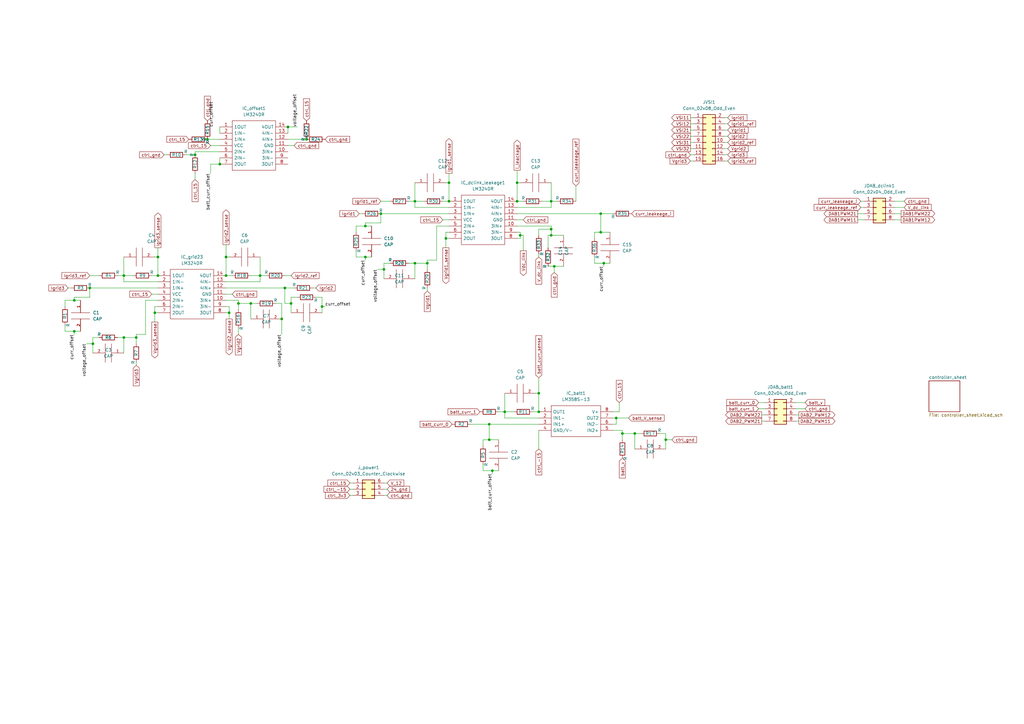
<source format=kicad_sch>
(kicad_sch (version 20211123) (generator eeschema)
  (paper "A3")
  (lib_symbols
    (symbol "Connector_Generic:Conn_02x03_Counter_Clockwise" (pin_names (offset 1.016) hide)
      (property "Reference" "J" (at 1.27 5.08 0))
      (property "Value" "Conn_02x03_Counter_Clockwise" (at 1.27 -5.08 0))
      (symbol "Conn_02x03_Counter_Clockwise_1_1"
        (rectangle (start -1.27 -2.413) (end 0 -2.667) (stroke (width 0.1524)))
        (rectangle (start -1.27 0.127) (end 0 -0.127) (stroke (width 0.1524)))
        (rectangle (start -1.27 2.667) (end 0 2.413) (stroke (width 0.1524)))
        (rectangle (start -1.27 3.81) (end 3.81 -3.81) (stroke (width 0.254)) (fill (type background)))
        (rectangle (start 3.81 -2.413) (end 2.54 -2.667) (stroke (width 0.1524)))
        (rectangle (start 3.81 0.127) (end 2.54 -0.127) (stroke (width 0.1524)))
        (rectangle (start 3.81 2.667) (end 2.54 2.413) (stroke (width 0.1524)))
        (pin passive line (at -5.08 2.54 0) (length 3.81) (name "Pin_1") (number "1"))
        (pin passive line (at -5.08 0 0) (length 3.81) (name "Pin_2") (number "2"))
        (pin passive line (at -5.08 -2.54 0) (length 3.81) (name "Pin_3") (number "3"))
        (pin passive line (at 7.62 -2.54 180) (length 3.81) (name "Pin_4") (number "4"))
        (pin passive line (at 7.62 0 180) (length 3.81) (name "Pin_5") (number "5"))
        (pin passive line (at 7.62 2.54 180) (length 3.81) (name "Pin_6") (number "6"))
      )
    )
    (symbol "Connector_Generic:Conn_02x04_Odd_Even" (pin_names (offset 1.016) hide)
      (property "Reference" "J" (at 1.27 5.08 0))
      (property "Value" "Conn_02x04_Odd_Even" (at 1.27 -7.62 0))
      (symbol "Conn_02x04_Odd_Even_1_1"
        (rectangle (start -1.27 -4.953) (end 0 -5.207) (stroke (width 0.1524)))
        (rectangle (start -1.27 -2.413) (end 0 -2.667) (stroke (width 0.1524)))
        (rectangle (start -1.27 0.127) (end 0 -0.127) (stroke (width 0.1524)))
        (rectangle (start -1.27 2.667) (end 0 2.413) (stroke (width 0.1524)))
        (rectangle (start -1.27 3.81) (end 3.81 -6.35) (stroke (width 0.254)) (fill (type background)))
        (rectangle (start 3.81 -4.953) (end 2.54 -5.207) (stroke (width 0.1524)))
        (rectangle (start 3.81 -2.413) (end 2.54 -2.667) (stroke (width 0.1524)))
        (rectangle (start 3.81 0.127) (end 2.54 -0.127) (stroke (width 0.1524)))
        (rectangle (start 3.81 2.667) (end 2.54 2.413) (stroke (width 0.1524)))
        (pin passive line (at -5.08 2.54 0) (length 3.81) (name "Pin_1") (number "1"))
        (pin passive line (at 7.62 2.54 180) (length 3.81) (name "Pin_2") (number "2"))
        (pin passive line (at -5.08 0 0) (length 3.81) (name "Pin_3") (number "3"))
        (pin passive line (at 7.62 0 180) (length 3.81) (name "Pin_4") (number "4"))
        (pin passive line (at -5.08 -2.54 0) (length 3.81) (name "Pin_5") (number "5"))
        (pin passive line (at 7.62 -2.54 180) (length 3.81) (name "Pin_6") (number "6"))
        (pin passive line (at -5.08 -5.08 0) (length 3.81) (name "Pin_7") (number "7"))
        (pin passive line (at 7.62 -5.08 180) (length 3.81) (name "Pin_8") (number "8"))
      )
    )
    (symbol "Connector_Generic:Conn_02x08_Odd_Even" (pin_names (offset 1.016) hide)
      (property "Reference" "J" (at 1.27 10.16 0))
      (property "Value" "Conn_02x08_Odd_Even" (at 1.27 -12.7 0))
      (symbol "Conn_02x08_Odd_Even_1_1"
        (rectangle (start -1.27 -10.033) (end 0 -10.287) (stroke (width 0.1524)))
        (rectangle (start -1.27 -7.493) (end 0 -7.747) (stroke (width 0.1524)))
        (rectangle (start -1.27 -4.953) (end 0 -5.207) (stroke (width 0.1524)))
        (rectangle (start -1.27 -2.413) (end 0 -2.667) (stroke (width 0.1524)))
        (rectangle (start -1.27 0.127) (end 0 -0.127) (stroke (width 0.1524)))
        (rectangle (start -1.27 2.667) (end 0 2.413) (stroke (width 0.1524)))
        (rectangle (start -1.27 5.207) (end 0 4.953) (stroke (width 0.1524)))
        (rectangle (start -1.27 7.747) (end 0 7.493) (stroke (width 0.1524)))
        (rectangle (start -1.27 8.89) (end 3.81 -11.43) (stroke (width 0.254)) (fill (type background)))
        (rectangle (start 3.81 -10.033) (end 2.54 -10.287) (stroke (width 0.1524)))
        (rectangle (start 3.81 -7.493) (end 2.54 -7.747) (stroke (width 0.1524)))
        (rectangle (start 3.81 -4.953) (end 2.54 -5.207) (stroke (width 0.1524)))
        (rectangle (start 3.81 -2.413) (end 2.54 -2.667) (stroke (width 0.1524)))
        (rectangle (start 3.81 0.127) (end 2.54 -0.127) (stroke (width 0.1524)))
        (rectangle (start 3.81 2.667) (end 2.54 2.413) (stroke (width 0.1524)))
        (rectangle (start 3.81 5.207) (end 2.54 4.953) (stroke (width 0.1524)))
        (rectangle (start 3.81 7.747) (end 2.54 7.493) (stroke (width 0.1524)))
        (pin passive line (at -5.08 7.62 0) (length 3.81) (name "Pin_1") (number "1"))
        (pin passive line (at 7.62 -2.54 180) (length 3.81) (name "Pin_10") (number "10"))
        (pin passive line (at -5.08 -5.08 0) (length 3.81) (name "Pin_11") (number "11"))
        (pin passive line (at 7.62 -5.08 180) (length 3.81) (name "Pin_12") (number "12"))
        (pin passive line (at -5.08 -7.62 0) (length 3.81) (name "Pin_13") (number "13"))
        (pin passive line (at 7.62 -7.62 180) (length 3.81) (name "Pin_14") (number "14"))
        (pin passive line (at -5.08 -10.16 0) (length 3.81) (name "Pin_15") (number "15"))
        (pin passive line (at 7.62 -10.16 180) (length 3.81) (name "Pin_16") (number "16"))
        (pin passive line (at 7.62 7.62 180) (length 3.81) (name "Pin_2") (number "2"))
        (pin passive line (at -5.08 5.08 0) (length 3.81) (name "Pin_3") (number "3"))
        (pin passive line (at 7.62 5.08 180) (length 3.81) (name "Pin_4") (number "4"))
        (pin passive line (at -5.08 2.54 0) (length 3.81) (name "Pin_5") (number "5"))
        (pin passive line (at 7.62 2.54 180) (length 3.81) (name "Pin_6") (number "6"))
        (pin passive line (at -5.08 0 0) (length 3.81) (name "Pin_7") (number "7"))
        (pin passive line (at 7.62 0 180) (length 3.81) (name "Pin_8") (number "8"))
        (pin passive line (at -5.08 -2.54 0) (length 3.81) (name "Pin_9") (number "9"))
      )
    )
    (symbol "Device:R" (pin_numbers hide) (pin_names (offset 0))
      (property "Reference" "R" (at 2.032 0 90))
      (property "Value" "R" (at 0 0 90))
      (symbol "R_0_1"
        (rectangle (start -1.016 -2.54) (end 1.016 2.54) (stroke (width 0.254)))
      )
      (symbol "R_1_1"
        (pin passive line (at 0 3.81 270) (length 1.27) (name "~") (number "1"))
        (pin passive line (at 0 -3.81 90) (length 1.27) (name "~") (number "2"))
      )
    )
    (symbol "LM324:LM358S-13" (pin_names (offset 0.762))
      (property "Reference" "IC" (at 26.67 7.62 0))
      (property "Value" "LM358S-13" (at 26.67 5.08 0))
      (symbol "LM358S-13_0_0"
        (pin output line (at 0 0 0) (length 5.08) (name "OUT1") (number "1"))
        (pin input line (at 0 -2.54 0) (length 5.08) (name "IN1-") (number "2"))
        (pin input line (at 0 -5.08 0) (length 5.08) (name "IN1+") (number "3"))
        (pin power_in line (at 0 -7.62 0) (length 5.08) (name "GND/V-") (number "4"))
        (pin input line (at 30.48 -7.62 180) (length 5.08) (name "IN2+") (number "5"))
        (pin input line (at 30.48 -5.08 180) (length 5.08) (name "IN2-") (number "6"))
        (pin output line (at 30.48 -2.54 180) (length 5.08) (name "OUT2") (number "7"))
        (pin power_in line (at 30.48 0 180) (length 5.08) (name "V+") (number "8"))
      )
      (symbol "LM358S-13_0_1"
        (polyline (pts (xy 5.08 2.54) (xy 25.4 2.54) (xy 25.4 -10.16) (xy 5.08 -10.16) (xy 5.08 2.54)) (stroke (width 0.1524)))
      )
    )
    (symbol "pspice:CAP" (pin_names (offset 0.254))
      (property "Reference" "C" (at 2.54 3.81 90))
      (property "Value" "CAP" (at 2.54 -3.81 90))
      (symbol "CAP_0_1"
        (polyline (pts (xy -3.81 -1.27) (xy 3.81 -1.27)))
        (polyline (pts (xy -3.81 1.27) (xy 3.81 1.27)))
      )
      (symbol "CAP_1_1"
        (pin passive line (at 0 6.35 270) (length 5.08) (name "~") (number "1"))
        (pin passive line (at 0 -6.35 90) (length 5.08) (name "~") (number "2"))
      )
    )
    (symbol "quad_opamp:LM324DR" (pin_names (offset 0.762))
      (property "Reference" "IC" (at 24.13 7.62 0))
      (property "Value" "LM324DR" (at 24.13 5.08 0))
      (symbol "LM324DR_0_0"
        (pin passive line (at 0 0 0) (length 5.08) (name "1OUT") (number "1"))
        (pin passive line (at 27.94 -10.16 180) (length 5.08) (name "3IN+") (number "10"))
        (pin passive line (at 27.94 -7.62 180) (length 5.08) (name "GND") (number "11"))
        (pin passive line (at 27.94 -5.08 180) (length 5.08) (name "4IN+") (number "12"))
        (pin passive line (at 27.94 -2.54 180) (length 5.08) (name "4IN-") (number "13"))
        (pin passive line (at 27.94 0 180) (length 5.08) (name "4OUT") (number "14"))
        (pin passive line (at 0 -2.54 0) (length 5.08) (name "1IN-") (number "2"))
        (pin passive line (at 0 -5.08 0) (length 5.08) (name "1IN+") (number "3"))
        (pin passive line (at 0 -7.62 0) (length 5.08) (name "VCC") (number "4"))
        (pin passive line (at 0 -10.16 0) (length 5.08) (name "2IN+") (number "5"))
        (pin passive line (at 0 -12.7 0) (length 5.08) (name "2IN-") (number "6"))
        (pin passive line (at 0 -15.24 0) (length 5.08) (name "2OUT") (number "7"))
        (pin passive line (at 27.94 -15.24 180) (length 5.08) (name "3OUT") (number "8"))
        (pin passive line (at 27.94 -12.7 180) (length 5.08) (name "3IN-") (number "9"))
      )
      (symbol "LM324DR_0_1"
        (polyline (pts (xy 5.08 2.54) (xy 22.86 2.54) (xy 22.86 -17.78) (xy 5.08 -17.78) (xy 5.08 2.54)) (stroke (width 0.1524)))
      )
    )
  )
  (junction (at 63.5 128.27))
  (junction (at 118.11 52.07))
  (junction (at 30.48 135.89))
  (junction (at 182.88 97.79))
  (junction (at 213.36 96.52))
  (junction (at 170.18 107.95))
  (junction (at 106.68 113.03))
  (junction (at 149.86 92.71))
  (junction (at 170.18 82.55))
  (junction (at 226.06 96.52))
  (junction (at 157.48 110.49))
  (junction (at 149.86 105.41))
  (junction (at 252.73 171.45))
  (junction (at 115.57 130.81))
  (junction (at 184.15 82.55))
  (junction (at 207.01 168.91))
  (junction (at 92.71 113.03))
  (junction (at 226.06 82.55))
  (junction (at 273.05 180.34))
  (junction (at 226.06 93.98))
  (junction (at 184.15 74.93))
  (junction (at 55.88 138.43))
  (junction (at 119.38 124.46))
  (junction (at 260.35 177.8))
  (junction (at 201.93 193.04))
  (junction (at 212.09 74.93))
  (junction (at 64.77 105.41))
  (junction (at 92.71 105.41))
  (junction (at 85.09 57.15))
  (junction (at 80.01 63.5))
  (junction (at 93.98 128.27))
  (junction (at 36.83 118.11))
  (junction (at 212.09 82.55))
  (junction (at 175.26 107.95))
  (junction (at 30.48 123.19))
  (junction (at 200.66 173.99))
  (junction (at 247.65 107.95))
  (junction (at 246.38 95.25))
  (junction (at 38.1 140.97))
  (junction (at 116.84 118.11))
  (junction (at 246.38 87.63))
  (junction (at 102.87 124.46))
  (junction (at 90.17 67.31))
  (junction (at 50.8 113.03))
  (junction (at 227.33 109.22))
  (junction (at 220.98 161.29))
  (junction (at 64.77 113.03))
  (junction (at 255.27 177.8))
  (junction (at 125.73 57.15))
  (junction (at 200.66 180.34))
  (junction (at 156.21 87.63))
  (junction (at 132.08 125.73))
  (junction (at 220.98 168.91))
  (junction (at 97.79 124.46))
  (junction (at 50.8 138.43))
  (wire (pts (xy 86.36 67.31) (xy 90.17 67.31)))
  (wire (pts (xy 129.54 121.92) (xy 132.08 121.92)))
  (wire (pts (xy 369.57 90.17) (xy 367.03 90.17)))
  (wire (pts (xy 118.11 52.07) (xy 118.11 54.61)))
  (wire (pts (xy 231.14 96.52) (xy 226.06 96.52)))
  (wire (pts (xy 273.05 177.8) (xy 273.05 180.34)))
  (wire (pts (xy 68.58 63.5) (xy 67.31 63.5)))
  (wire (pts (xy 181.61 82.55) (xy 184.15 82.55)))
  (wire (pts (xy 158.75 198.12) (xy 157.48 198.12)))
  (wire (pts (xy 251.46 176.53) (xy 255.27 176.53)))
  (wire (pts (xy 198.12 190.5) (xy 198.12 193.04)))
  (wire (pts (xy 50.8 138.43) (xy 55.88 138.43)))
  (wire (pts (xy 214.63 82.55) (xy 212.09 82.55)))
  (wire (pts (xy 182.88 74.93) (xy 184.15 74.93)))
  (wire (pts (xy 226.06 96.52) (xy 224.79 96.52)))
  (wire (pts (xy 30.48 123.19) (xy 30.48 121.92)))
  (wire (pts (xy 213.36 95.25) (xy 212.09 95.25)))
  (wire (pts (xy 26.67 133.35) (xy 26.67 135.89)))
  (wire (pts (xy 170.18 74.93) (xy 170.18 82.55)))
  (wire (pts (xy 297.18 63.5) (xy 298.45 63.5)))
  (wire (pts (xy 226.06 93.98) (xy 226.06 96.52)))
  (wire (pts (xy 228.6 82.55) (xy 226.06 82.55)))
  (wire (pts (xy 30.48 123.19) (xy 33.02 123.19)))
  (wire (pts (xy 26.67 125.73) (xy 26.67 123.19)))
  (wire (pts (xy 297.18 55.88) (xy 298.45 55.88)))
  (wire (pts (xy 224.79 109.22) (xy 227.33 109.22)))
  (wire (pts (xy 116.84 124.46) (xy 116.84 118.11)))
  (wire (pts (xy 247.65 107.95) (xy 247.65 109.22)))
  (wire (pts (xy 80.01 73.66) (xy 80.01 71.12)))
  (wire (pts (xy 284.48 53.34) (xy 283.21 53.34)))
  (wire (pts (xy 156.21 87.63) (xy 184.15 87.63)))
  (wire (pts (xy 55.88 137.16) (xy 55.88 138.43)))
  (wire (pts (xy 109.22 113.03) (xy 106.68 113.03)))
  (wire (pts (xy 284.48 60.96) (xy 283.21 60.96)))
  (wire (pts (xy 251.46 87.63) (xy 246.38 87.63)))
  (wire (pts (xy 207.01 171.45) (xy 207.01 168.91)))
  (wire (pts (xy 193.04 173.99) (xy 200.66 173.99)))
  (wire (pts (xy 119.38 124.46) (xy 119.38 121.92)))
  (wire (pts (xy 92.71 118.11) (xy 116.84 118.11)))
  (wire (pts (xy 247.65 107.95) (xy 250.19 107.95)))
  (wire (pts (xy 154.94 110.49) (xy 157.48 110.49)))
  (wire (pts (xy 236.22 82.55) (xy 236.22 76.2)))
  (wire (pts (xy 198.12 193.04) (xy 201.93 193.04)))
  (wire (pts (xy 175.26 106.68) (xy 175.26 107.95)))
  (wire (pts (xy 92.71 100.33) (xy 92.71 105.41)))
  (wire (pts (xy 297.18 60.96) (xy 298.45 60.96)))
  (wire (pts (xy 30.48 135.89) (xy 30.48 137.16)))
  (wire (pts (xy 213.36 96.52) (xy 213.36 97.79)))
  (wire (pts (xy 214.63 90.17) (xy 212.09 90.17)))
  (wire (pts (xy 143.51 200.66) (xy 144.78 200.66)))
  (wire (pts (xy 119.38 128.27) (xy 119.38 124.46)))
  (wire (pts (xy 213.36 95.25) (xy 213.36 96.52)))
  (wire (pts (xy 246.38 87.63) (xy 246.38 95.25)))
  (wire (pts (xy 246.38 87.63) (xy 212.09 87.63)))
  (wire (pts (xy 106.68 105.41) (xy 106.68 113.03)))
  (wire (pts (xy 182.88 97.79) (xy 182.88 101.6)))
  (wire (pts (xy 220.98 171.45) (xy 207.01 171.45)))
  (wire (pts (xy 326.39 172.72) (xy 327.66 172.72)))
  (wire (pts (xy 243.84 105.41) (xy 243.84 107.95)))
  (wire (pts (xy 143.51 198.12) (xy 144.78 198.12)))
  (wire (pts (xy 118.11 57.15) (xy 125.73 57.15)))
  (wire (pts (xy 113.03 124.46) (xy 115.57 124.46)))
  (wire (pts (xy 284.48 58.42) (xy 283.21 58.42)))
  (wire (pts (xy 227.33 109.22) (xy 231.14 109.22)))
  (wire (pts (xy 63.5 125.73) (xy 63.5 128.27)))
  (wire (pts (xy 102.87 124.46) (xy 97.79 124.46)))
  (wire (pts (xy 200.66 173.99) (xy 220.98 173.99)))
  (wire (pts (xy 273.05 180.34) (xy 273.05 184.15)))
  (wire (pts (xy 170.18 114.3) (xy 170.18 107.95)))
  (wire (pts (xy 212.09 85.09) (xy 226.06 85.09)))
  (wire (pts (xy 297.18 58.42) (xy 298.45 58.42)))
  (wire (pts (xy 201.93 193.04) (xy 201.93 194.31)))
  (wire (pts (xy 270.51 177.8) (xy 273.05 177.8)))
  (wire (pts (xy 50.8 105.41) (xy 50.8 113.03)))
  (wire (pts (xy 213.36 97.79) (xy 212.09 97.79)))
  (wire (pts (xy 243.84 97.79) (xy 243.84 95.25)))
  (wire (pts (xy 132.08 125.73) (xy 132.08 128.27)))
  (wire (pts (xy 370.84 82.55) (xy 367.03 82.55)))
  (wire (pts (xy 48.26 138.43) (xy 50.8 138.43)))
  (wire (pts (xy 132.08 121.92) (xy 132.08 125.73)))
  (wire (pts (xy 283.21 63.5) (xy 284.48 63.5)))
  (wire (pts (xy 35.56 140.97) (xy 38.1 140.97)))
  (wire (pts (xy 38.1 138.43) (xy 38.1 140.97)))
  (wire (pts (xy 102.87 130.81) (xy 102.87 124.46)))
  (wire (pts (xy 212.09 92.71) (xy 226.06 92.71)))
  (wire (pts (xy 353.06 82.55) (xy 354.33 82.55)))
  (wire (pts (xy 220.98 93.98) (xy 220.98 96.52)))
  (wire (pts (xy 220.98 105.41) (xy 220.98 104.14)))
  (wire (pts (xy 93.98 128.27) (xy 93.98 130.81)))
  (wire (pts (xy 27.94 118.11) (xy 29.21 118.11)))
  (wire (pts (xy 254 165.1) (xy 254 168.91)))
  (wire (pts (xy 297.18 53.34) (xy 298.45 53.34)))
  (wire (pts (xy 354.33 90.17) (xy 351.79 90.17)))
  (wire (pts (xy 184.15 71.12) (xy 184.15 74.93)))
  (wire (pts (xy 251.46 171.45) (xy 252.73 171.45)))
  (wire (pts (xy 132.08 125.73) (xy 133.35 125.73)))
  (wire (pts (xy 224.79 96.52) (xy 224.79 101.6)))
  (wire (pts (xy 170.18 85.09) (xy 170.18 82.55)))
  (wire (pts (xy 220.98 176.53) (xy 220.98 184.15)))
  (wire (pts (xy 36.83 121.92) (xy 36.83 118.11)))
  (wire (pts (xy 95.25 113.03) (xy 92.71 113.03)))
  (wire (pts (xy 212.09 74.93) (xy 212.09 82.55)))
  (wire (pts (xy 284.48 48.26) (xy 283.21 48.26)))
  (wire (pts (xy 218.44 168.91) (xy 220.98 168.91)))
  (wire (pts (xy 184.15 85.09) (xy 170.18 85.09)))
  (wire (pts (xy 92.71 123.19) (xy 97.79 123.19)))
  (wire (pts (xy 26.67 135.89) (xy 30.48 135.89)))
  (wire (pts (xy 220.98 154.94) (xy 220.98 161.29)))
  (wire (pts (xy 90.17 64.77) (xy 90.17 67.31)))
  (wire (pts (xy 59.69 137.16) (xy 55.88 137.16)))
  (wire (pts (xy 260.35 184.15) (xy 260.35 177.8)))
  (wire (pts (xy 226.06 82.55) (xy 222.25 82.55)))
  (wire (pts (xy 311.15 167.64) (xy 313.69 167.64)))
  (wire (pts (xy 204.47 168.91) (xy 207.01 168.91)))
  (wire (pts (xy 115.57 124.46) (xy 115.57 130.81)))
  (wire (pts (xy 59.69 137.16) (xy 59.69 123.19)))
  (wire (pts (xy 97.79 124.46) (xy 97.79 127)))
  (wire (pts (xy 149.86 105.41) (xy 149.86 106.68)))
  (wire (pts (xy 93.98 125.73) (xy 93.98 128.27)))
  (wire (pts (xy 63.5 128.27) (xy 63.5 132.08)))
  (wire (pts (xy 198.12 182.88) (xy 198.12 180.34)))
  (wire (pts (xy 63.5 105.41) (xy 64.77 105.41)))
  (wire (pts (xy 105.41 124.46) (xy 102.87 124.46)))
  (wire (pts (xy 106.68 115.57) (xy 106.68 113.03)))
  (wire (pts (xy 354.33 87.63) (xy 351.79 87.63)))
  (wire (pts (xy 246.38 95.25) (xy 250.19 95.25)))
  (wire (pts (xy 175.26 119.38) (xy 175.26 118.11)))
  (wire (pts (xy 214.63 102.87) (xy 214.63 96.52)))
  (wire (pts (xy 252.73 171.45) (xy 252.73 173.99)))
  (wire (pts (xy 80.01 62.23) (xy 80.01 63.5)))
  (wire (pts (xy 119.38 124.46) (xy 116.84 124.46)))
  (wire (pts (xy 36.83 113.03) (xy 40.64 113.03)))
  (wire (pts (xy 121.92 52.07) (xy 118.11 52.07)))
  (wire (pts (xy 220.98 161.29) (xy 220.98 168.91)))
  (wire (pts (xy 160.02 107.95) (xy 157.48 107.95)))
  (wire (pts (xy 119.38 113.03) (xy 116.84 113.03)))
  (wire (pts (xy 262.89 177.8) (xy 260.35 177.8)))
  (wire (pts (xy 184.15 74.93) (xy 184.15 82.55)))
  (wire (pts (xy 184.15 90.17) (xy 181.61 90.17)))
  (wire (pts (xy 64.77 115.57) (xy 50.8 115.57)))
  (wire (pts (xy 297.18 48.26) (xy 298.45 48.26)))
  (wire (pts (xy 182.88 97.79) (xy 184.15 97.79)))
  (wire (pts (xy 170.18 107.95) (xy 175.26 107.95)))
  (wire (pts (xy 207.01 168.91) (xy 210.82 168.91)))
  (wire (pts (xy 312.42 170.18) (xy 313.69 170.18)))
  (wire (pts (xy 156.21 82.55) (xy 160.02 82.55)))
  (wire (pts (xy 170.18 82.55) (xy 173.99 82.55)))
  (wire (pts (xy 252.73 173.99) (xy 251.46 173.99)))
  (wire (pts (xy 369.57 87.63) (xy 367.03 87.63)))
  (wire (pts (xy 226.06 85.09) (xy 226.06 82.55)))
  (wire (pts (xy 255.27 177.8) (xy 255.27 180.34)))
  (wire (pts (xy 97.79 134.62) (xy 97.79 137.16)))
  (wire (pts (xy 86.36 59.69) (xy 90.17 59.69)))
  (wire (pts (xy 252.73 171.45) (xy 257.81 171.45)))
  (wire (pts (xy 63.5 128.27) (xy 64.77 128.27)))
  (wire (pts (xy 284.48 50.8) (xy 283.21 50.8)))
  (wire (pts (xy 354.33 85.09) (xy 353.06 85.09)))
  (wire (pts (xy 62.23 113.03) (xy 64.77 113.03)))
  (wire (pts (xy 95.25 120.65) (xy 92.71 120.65)))
  (wire (pts (xy 55.88 138.43) (xy 55.88 140.97)))
  (wire (pts (xy 146.05 95.25) (xy 146.05 92.71)))
  (wire (pts (xy 179.07 106.68) (xy 179.07 92.71)))
  (wire (pts (xy 149.86 92.71) (xy 152.4 92.71)))
  (wire (pts (xy 214.63 96.52) (xy 213.36 96.52)))
  (wire (pts (xy 149.86 105.41) (xy 152.4 105.41)))
  (wire (pts (xy 297.18 66.04) (xy 298.45 66.04)))
  (wire (pts (xy 116.84 118.11) (xy 120.65 118.11)))
  (wire (pts (xy 121.92 121.92) (xy 119.38 121.92)))
  (wire (pts (xy 179.07 106.68) (xy 175.26 106.68)))
  (wire (pts (xy 146.05 105.41) (xy 149.86 105.41)))
  (wire (pts (xy 76.2 63.5) (xy 80.01 63.5)))
  (wire (pts (xy 367.03 85.09) (xy 370.84 85.09)))
  (wire (pts (xy 326.39 170.18) (xy 327.66 170.18)))
  (wire (pts (xy 167.64 107.95) (xy 170.18 107.95)))
  (wire (pts (xy 207.01 161.29) (xy 207.01 168.91)))
  (wire (pts (xy 226.06 92.71) (xy 226.06 93.98)))
  (wire (pts (xy 86.36 71.12) (xy 86.36 67.31)))
  (wire (pts (xy 106.68 113.03) (xy 102.87 113.03)))
  (wire (pts (xy 90.17 52.07) (xy 90.17 54.61)))
  (wire (pts (xy 226.06 74.93) (xy 226.06 82.55)))
  (wire (pts (xy 175.26 107.95) (xy 175.26 110.49)))
  (wire (pts (xy 55.88 149.86) (xy 55.88 148.59)))
  (wire (pts (xy 64.77 125.73) (xy 63.5 125.73)))
  (wire (pts (xy 243.84 95.25) (xy 246.38 95.25)))
  (wire (pts (xy 313.69 165.1) (xy 311.15 165.1)))
  (wire (pts (xy 213.36 74.93) (xy 212.09 74.93)))
  (wire (pts (xy 93.98 105.41) (xy 92.71 105.41)))
  (wire (pts (xy 59.69 123.19) (xy 64.77 123.19)))
  (wire (pts (xy 92.71 115.57) (xy 106.68 115.57)))
  (wire (pts (xy 149.86 92.71) (xy 149.86 91.44)))
  (wire (pts (xy 200.66 180.34) (xy 204.47 180.34)))
  (wire (pts (xy 260.35 177.8) (xy 255.27 177.8)))
  (wire (pts (xy 26.67 123.19) (xy 30.48 123.19)))
  (wire (pts (xy 275.59 180.34) (xy 273.05 180.34)))
  (wire (pts (xy 179.07 92.71) (xy 184.15 92.71)))
  (wire (pts (xy 201.93 193.04) (xy 204.47 193.04)))
  (wire (pts (xy 157.48 107.95) (xy 157.48 110.49)))
  (wire (pts (xy 149.86 91.44) (xy 156.21 91.44)))
  (wire (pts (xy 64.77 120.65) (xy 62.23 120.65)))
  (wire (pts (xy 92.71 105.41) (xy 92.71 113.03)))
  (wire (pts (xy 182.88 95.25) (xy 182.88 97.79)))
  (wire (pts (xy 36.83 118.11) (xy 64.77 118.11)))
  (wire (pts (xy 50.8 144.78) (xy 50.8 138.43)))
  (wire (pts (xy 200.66 180.34) (xy 200.66 173.99)))
  (wire (pts (xy 97.79 123.19) (xy 97.79 124.46)))
  (wire (pts (xy 38.1 140.97) (xy 38.1 144.78)))
  (wire (pts (xy 30.48 135.89) (xy 33.02 135.89)))
  (wire (pts (xy 255.27 176.53) (xy 255.27 177.8)))
  (wire (pts (xy 184.15 95.25) (xy 182.88 95.25)))
  (wire (pts (xy 326.39 167.64) (xy 330.2 167.64)))
  (wire (pts (xy 90.17 62.23) (xy 80.01 62.23)))
  (wire (pts (xy 40.64 138.43) (xy 38.1 138.43)))
  (wire (pts (xy 284.48 55.88) (xy 283.21 55.88)))
  (wire (pts (xy 167.64 82.55) (xy 170.18 82.55)))
  (wire (pts (xy 50.8 115.57) (xy 50.8 113.03)))
  (wire (pts (xy 243.84 107.95) (xy 247.65 107.95)))
  (wire (pts (xy 313.69 172.72) (xy 312.42 172.72)))
  (wire (pts (xy 226.06 93.98) (xy 220.98 93.98)))
  (wire (pts (xy 30.48 121.92) (xy 36.83 121.92)))
  (wire (pts (xy 115.57 137.16) (xy 115.57 130.81)))
  (wire (pts (xy 146.05 102.87) (xy 146.05 105.41)))
  (wire (pts (xy 330.2 165.1) (xy 326.39 165.1)))
  (wire (pts (xy 118.11 59.69) (xy 120.65 59.69)))
  (wire (pts (xy 254 168.91) (xy 251.46 168.91)))
  (wire (pts (xy 284.48 66.04) (xy 283.21 66.04)))
  (wire (pts (xy 212.09 69.85) (xy 212.09 74.93)))
  (wire (pts (xy 64.77 101.6) (xy 64.77 105.41)))
  (wire (pts (xy 198.12 180.34) (xy 200.66 180.34)))
  (wire (pts (xy 297.18 50.8) (xy 298.45 50.8)))
  (wire (pts (xy 158.75 200.66) (xy 157.48 200.66)))
  (wire (pts (xy 143.51 203.2) (xy 144.78 203.2)))
  (wire (pts (xy 146.05 92.71) (xy 149.86 92.71)))
  (wire (pts (xy 48.26 113.03) (xy 50.8 113.03)))
  (wire (pts (xy 158.75 203.2) (xy 157.48 203.2)))
  (wire (pts (xy 50.8 113.03) (xy 54.61 113.03)))
  (wire (pts (xy 219.71 161.29) (xy 220.98 161.29)))
  (wire (pts (xy 64.77 105.41) (xy 64.77 113.03)))
  (wire (pts (xy 156.21 91.44) (xy 156.21 87.63)))
  (wire (pts (xy 227.33 111.76) (xy 227.33 109.22)))
  (wire (pts (xy 129.54 118.11) (xy 128.27 118.11)))
  (wire (pts (xy 93.98 128.27) (xy 92.71 128.27)))
  (wire (pts (xy 147.32 87.63) (xy 148.59 87.63)))
  (wire (pts (xy 157.48 110.49) (xy 157.48 114.3)))
  (wire (pts (xy 92.71 125.73) (xy 93.98 125.73)))
  (wire (pts (xy 90.17 57.15) (xy 85.09 57.15)))
  (label "curr_offset" (at 30.48 137.16 270))
  (label "curr_offset" (at 149.86 106.68 270))
  (label "curr_offset" (at 247.65 109.22 270))
  (label "voltage_offset" (at 115.57 137.16 270))
  (label "curr_offset" (at 133.35 125.73 0))
  (label "curr_offset" (at 87.63 52.07 90))
  (label "voltage_offset" (at 35.56 140.97 270))
  (label "voltage_offset" (at 121.92 52.07 90))
  (label "batt_curr_offset" (at 86.36 71.12 270))
  (label "voltage_offset" (at 154.94 110.49 270))
  (label "batt_curr_offset" (at 201.93 194.31 270))
  (global_label "Vdc_link" (shape output) (at 214.63 102.87 270) (property "Intersheet References" "${INTERSHEET_REFS}" (effects hide)))
  (global_label "Vgrid2" (shape input) (at 97.79 137.16 270) (property "Intersheet References" "${INTERSHEET_REFS}" (effects hide)))
  (global_label "ctrl_gnd" (shape input) (at 370.84 82.55 0) (property "Intersheet References" "${INTERSHEET_REFS}" (effects hide)))
  (global_label "ctrl_gnd" (shape input) (at 133.35 57.15 0) (property "Intersheet References" "${INTERSHEET_REFS}" (effects hide)))
  (global_label "Vgrid3" (shape input) (at 55.88 149.86 270) (property "Intersheet References" "${INTERSHEET_REFS}" (effects hide)))
  (global_label "Igrid1" (shape input) (at 147.32 87.63 180) (property "Intersheet References" "${INTERSHEET_REFS}" (effects hide)))
  (global_label "Vgrid1_sense" (shape output) (at 182.88 101.6 270) (property "Intersheet References" "${INTERSHEET_REFS}" (effects hide)))
  (global_label "Igrid2_ref" (shape input) (at 119.38 113.03 0) (property "Intersheet References" "${INTERSHEET_REFS}" (effects hide)))
  (global_label "batt_curr_1" (shape input) (at 311.15 167.64 180) (property "Intersheet References" "${INTERSHEET_REFS}" (effects hide)))
  (global_label "ctrl_15" (shape input) (at 143.51 198.12 180) (property "Intersheet References" "${INTERSHEET_REFS}" (effects hide)))
  (global_label "curr_leakeage_i" (shape input) (at 259.08 87.63 0) (property "Intersheet References" "${INTERSHEET_REFS}" (effects hide)))
  (global_label "Igrid2_sense" (shape output) (at 92.71 100.33 90) (property "Intersheet References" "${INTERSHEET_REFS}" (effects hide)))
  (global_label "DAB1PWM12" (shape output) (at 369.57 90.17 0) (property "Intersheet References" "${INTERSHEET_REFS}" (effects hide)))
  (global_label "ctrl_15" (shape input) (at 86.36 59.69 180) (property "Intersheet References" "${INTERSHEET_REFS}" (effects hide)))
  (global_label "ctrl_gnd" (shape input) (at 227.33 111.76 270) (property "Intersheet References" "${INTERSHEET_REFS}" (effects hide)))
  (global_label "ctrl_15" (shape input) (at 254 165.1 90) (property "Intersheet References" "${INTERSHEET_REFS}" (effects hide)))
  (global_label "Igrid2" (shape input) (at 298.45 55.88 0) (property "Intersheet References" "${INTERSHEET_REFS}" (effects hide)))
  (global_label "batt_v" (shape input) (at 330.2 165.1 0) (property "Intersheet References" "${INTERSHEET_REFS}" (effects hide)))
  (global_label "ctrl_-15" (shape input) (at 143.51 200.66 180) (property "Intersheet References" "${INTERSHEET_REFS}" (effects hide)))
  (global_label "VSI21" (shape output) (at 283.21 53.34 180) (property "Intersheet References" "${INTERSHEET_REFS}" (effects hide)))
  (global_label "VSI32" (shape output) (at 283.21 60.96 180) (property "Intersheet References" "${INTERSHEET_REFS}" (effects hide)))
  (global_label "Igrid1" (shape input) (at 298.45 48.26 0) (property "Intersheet References" "${INTERSHEET_REFS}" (effects hide)))
  (global_label "batt_V_sense" (shape input) (at 257.81 171.45 0) (property "Intersheet References" "${INTERSHEET_REFS}" (effects hide)))
  (global_label "ctrl_gnd" (shape input) (at 214.63 90.17 0) (property "Intersheet References" "${INTERSHEET_REFS}" (effects hide)))
  (global_label "VSI12" (shape output) (at 283.21 50.8 180) (property "Intersheet References" "${INTERSHEET_REFS}" (effects hide)))
  (global_label "DAB1PWM22" (shape output) (at 369.57 87.63 0) (property "Intersheet References" "${INTERSHEET_REFS}" (effects hide)))
  (global_label "ctrl_3v3" (shape input) (at 143.51 203.2 180) (property "Intersheet References" "${INTERSHEET_REFS}" (effects hide)))
  (global_label "curr_leakeage_i" (shape input) (at 353.06 82.55 180) (property "Intersheet References" "${INTERSHEET_REFS}" (effects hide)))
  (global_label "Igrid2" (shape input) (at 129.54 118.11 0) (property "Intersheet References" "${INTERSHEET_REFS}" (effects hide)))
  (global_label "batt_curr_sense" (shape input) (at 220.98 154.94 90) (property "Intersheet References" "${INTERSHEET_REFS}" (effects hide)))
  (global_label "Vgrid3_sense" (shape output) (at 63.5 132.08 270) (property "Intersheet References" "${INTERSHEET_REFS}" (effects hide)))
  (global_label "ctrl_gnd" (shape input) (at 283.21 63.5 180) (property "Intersheet References" "${INTERSHEET_REFS}" (effects hide)))
  (global_label "batt_curr_1" (shape input) (at 196.85 168.91 180) (property "Intersheet References" "${INTERSHEET_REFS}" (effects hide)))
  (global_label "ctrl_-15" (shape input) (at 220.98 184.15 270) (property "Intersheet References" "${INTERSHEET_REFS}" (effects hide)))
  (global_label "batt_curr_0" (shape input) (at 185.42 173.99 180) (property "Intersheet References" "${INTERSHEET_REFS}" (effects hide)))
  (global_label "V_12" (shape input) (at 158.75 198.12 0) (property "Intersheet References" "${INTERSHEET_REFS}" (effects hide)))
  (global_label "curr_leakeage_ref" (shape input) (at 353.06 85.09 180) (property "Intersheet References" "${INTERSHEET_REFS}" (effects hide)))
  (global_label "ctrl_15" (shape input) (at 181.61 90.17 180) (property "Intersheet References" "${INTERSHEET_REFS}" (effects hide)))
  (global_label "Igrid1_ref" (shape input) (at 298.45 50.8 0) (property "Intersheet References" "${INTERSHEET_REFS}" (effects hide)))
  (global_label "V_dc_link" (shape input) (at 220.98 105.41 270) (property "Intersheet References" "${INTERSHEET_REFS}" (effects hide)))
  (global_label "ctrl_gnd" (shape input) (at 120.65 59.69 0) (property "Intersheet References" "${INTERSHEET_REFS}" (effects hide)))
  (global_label "Igrid1_ref" (shape input) (at 156.21 82.55 180) (property "Intersheet References" "${INTERSHEET_REFS}" (effects hide)))
  (global_label "I_leackage" (shape output) (at 212.09 69.85 90) (property "Intersheet References" "${INTERSHEET_REFS}" (effects hide)))
  (global_label "DAB1PWM11" (shape output) (at 351.79 90.17 180) (property "Intersheet References" "${INTERSHEET_REFS}" (effects hide)))
  (global_label "VSI31" (shape output) (at 283.21 58.42 180) (property "Intersheet References" "${INTERSHEET_REFS}" (effects hide)))
  (global_label "Igrid3" (shape input) (at 298.45 63.5 0) (property "Intersheet References" "${INTERSHEET_REFS}" (effects hide)))
  (global_label "Igrid3" (shape input) (at 27.94 118.11 180) (property "Intersheet References" "${INTERSHEET_REFS}" (effects hide)))
  (global_label "Igrid3_ref" (shape input) (at 36.83 113.03 180) (property "Intersheet References" "${INTERSHEET_REFS}" (effects hide)))
  (global_label "VSI11" (shape output) (at 283.21 48.26 180) (property "Intersheet References" "${INTERSHEET_REFS}" (effects hide)))
  (global_label "DAB2_PWM11" (shape output) (at 327.66 172.72 0) (property "Intersheet References" "${INTERSHEET_REFS}" (effects hide)))
  (global_label "Igrid2_ref" (shape input) (at 298.45 58.42 0) (property "Intersheet References" "${INTERSHEET_REFS}" (effects hide)))
  (global_label "ctrl_15" (shape input) (at 62.23 120.65 180) (property "Intersheet References" "${INTERSHEET_REFS}" (effects hide)))
  (global_label "Vgrid1" (shape input) (at 175.26 119.38 270) (property "Intersheet References" "${INTERSHEET_REFS}" (effects hide)))
  (global_label "VSI22" (shape output) (at 283.21 55.88 180) (property "Intersheet References" "${INTERSHEET_REFS}" (effects hide)))
  (global_label "V_dc_link" (shape input) (at 370.84 85.09 0) (property "Intersheet References" "${INTERSHEET_REFS}" (effects hide)))
  (global_label "24_gnd" (shape input) (at 158.75 200.66 0) (property "Intersheet References" "${INTERSHEET_REFS}" (effects hide)))
  (global_label "DAB2_PWM22" (shape output) (at 312.42 170.18 180) (property "Intersheet References" "${INTERSHEET_REFS}" (effects hide)))
  (global_label "DAB1PWM21" (shape output) (at 351.79 87.63 180) (property "Intersheet References" "${INTERSHEET_REFS}" (effects hide)))
  (global_label "ctrl_gnd" (shape input) (at 95.25 120.65 0) (property "Intersheet References" "${INTERSHEET_REFS}" (effects hide)))
  (global_label "ctrl_gnd" (shape input) (at 158.75 203.2 0) (property "Intersheet References" "${INTERSHEET_REFS}" (effects hide)))
  (global_label "batt_curr_0" (shape input) (at 311.15 165.1 180) (property "Intersheet References" "${INTERSHEET_REFS}" (effects hide)))
  (global_label "Igrid3_ref" (shape input) (at 298.45 66.04 0) (property "Intersheet References" "${INTERSHEET_REFS}" (effects hide)))
  (global_label "Vgrid2_sense" (shape output) (at 93.98 130.81 270) (property "Intersheet References" "${INTERSHEET_REFS}" (effects hide)))
  (global_label "Vgrid3" (shape input) (at 283.21 66.04 180) (property "Intersheet References" "${INTERSHEET_REFS}" (effects hide)))
  (global_label "Igrid3_sense" (shape output) (at 64.77 101.6 90) (property "Intersheet References" "${INTERSHEET_REFS}" (effects hide)))
  (global_label "ctrl_15" (shape input) (at 125.73 49.53 90) (property "Intersheet References" "${INTERSHEET_REFS}" (effects hide)))
  (global_label "Vgrid1" (shape input) (at 298.45 53.34 0) (property "Intersheet References" "${INTERSHEET_REFS}" (effects hide)))
  (global_label "ctrl_15" (shape input) (at 77.47 57.15 180) (property "Intersheet References" "${INTERSHEET_REFS}" (effects hide)))
  (global_label "ctrl_gnd" (shape input) (at 330.2 167.64 0) (property "Intersheet References" "${INTERSHEET_REFS}" (effects hide)))
  (global_label "batt_v" (shape input) (at 255.27 187.96 270) (property "Intersheet References" "${INTERSHEET_REFS}" (effects hide)))
  (global_label "ctrl_gnd" (shape input) (at 85.09 49.53 90) (property "Intersheet References" "${INTERSHEET_REFS}" (effects hide)))
  (global_label "Igrid1_sense" (shape output) (at 184.15 71.12 90) (property "Intersheet References" "${INTERSHEET_REFS}" (effects hide)))
  (global_label "ctrl_gnd" (shape input) (at 67.31 63.5 180) (property "Intersheet References" "${INTERSHEET_REFS}" (effects hide)))
  (global_label "Vgrid2" (shape input) (at 298.45 60.96 0) (property "Intersheet References" "${INTERSHEET_REFS}" (effects hide)))
  (global_label "DAB2_PWM12" (shape output) (at 327.66 170.18 0) (property "Intersheet References" "${INTERSHEET_REFS}" (effects hide)))
  (global_label "ctrl_15" (shape input) (at 80.01 73.66 270) (property "Intersheet References" "${INTERSHEET_REFS}" (effects hide)))
  (global_label "DAB2_PWM21" (shape output) (at 312.42 172.72 180) (property "Intersheet References" "${INTERSHEET_REFS}" (effects hide)))
  (global_label "curr_leakeage_ref" (shape input) (at 236.22 76.2 90) (property "Intersheet References" "${INTERSHEET_REFS}" (effects hide)))
  (global_label "ctrl_gnd" (shape input) (at 275.59 180.34 0) (property "Intersheet References" "${INTERSHEET_REFS}" (effects hide)))
  (symbol (lib_id "Device:R") (at 214.63 168.91 270) (unit 1)
    (property "Reference" "R11" (at 214.63 168.91 90))
    (property "Value" "R" (at 218.44 167.64 90))
    (property "Footprint" "Resistor_SMD:R_1206_3216Metric_Pad1.30x1.75mm_HandSolder" (effects hide))
  )
  (symbol (lib_id "Device:R") (at 125.73 53.34 0) (mirror x) (unit 1)
    (property "Reference" "R22" (at 125.73 53.34 90))
    (property "Value" "R" (at 124.46 57.15 90))
    (property "Footprint" "Resistor_SMD:R_1206_3216Metric_Pad1.30x1.75mm_HandSolder" (effects hide))
  )
  (symbol (lib_id "LM324:LM358S-13") (at 220.98 168.91 0) (unit 1)
    (property "Reference" "IC_batt1" (at 236.22 161.29 0))
    (property "Value" "LM358S-13" (at 236.22 163.83 0))
    (property "Footprint" "SOIC127P600X175-8N" (effects hide))
    (property "Datasheet" "https://componentsearchengine.com/Datasheets/2/LM358S-13.pdf" (effects hide))
    (property "Description" "Op Amp Dual 100dB 3-32V 1MHz SOIC8 DiodesZetex LM358S-13, Dual Op Amp, 1MHz Push-Pull, 3  32 V, 8-Pin SOP" (effects hide))
    (property "Height" "1.75" (effects hide))
    (property "Mouser Part Number" "621-LM358S-13" (effects hide))
    (property "Mouser Price/Stock" "https://www.mouser.co.uk/ProductDetail/Diodes-Incorporated/LM358S-13?qs=FRHfhEBFk1cUgiwjEgUNzQ%3D%3D" (effects hide))
    (property "Manufacturer_Name" "Diodes Inc." (effects hide))
    (property "Manufacturer_Part_Number" "LM358S-13" (effects hide))
  )
  (symbol (lib_id "Device:R") (at 232.41 82.55 90) (mirror x) (unit 1)
    (property "Reference" "R34" (at 232.41 82.55 90))
    (property "Value" "R" (at 228.6 81.28 90))
    (property "Footprint" "Resistor_SMD:R_1206_3216Metric_Pad1.30x1.75mm_HandSolder" (effects hide))
  )
  (symbol (lib_id "pspice:CAP") (at 100.33 105.41 270) (mirror x) (unit 1)
    (property "Reference" "C6" (at 100.33 96.52 90))
    (property "Value" "CAP" (at 100.33 99.06 90))
    (property "Footprint" "Capacitor_SMD:C_1206_3216Metric_Pad1.33x1.80mm_HandSolder" (effects hide))
  )
  (symbol (lib_id "Device:R") (at 220.98 100.33 180) (unit 1)
    (property "Reference" "R33" (at 220.98 100.33 90))
    (property "Value" "R" (at 222.25 104.14 90))
    (property "Footprint" "Resistor_SMD:R_1206_3216Metric_Pad1.30x1.75mm_HandSolder" (effects hide))
  )
  (symbol (lib_id "pspice:CAP") (at 250.19 101.6 0) (unit 1)
    (property "Reference" "C15" (at 255.27 100.3299 0) (effects (justify left)))
    (property "Value" "CAP" (at 255.27 102.8699 0) (effects (justify left)))
    (property "Footprint" "Capacitor_SMD:C_1206_3216Metric_Pad1.33x1.80mm_HandSolder" (effects hide))
  )
  (symbol (lib_id "quad_opamp:LM324DR") (at 184.15 82.55 0) (unit 1)
    (property "Reference" "IC_dclink_leakage1" (at 198.12 74.93 0))
    (property "Value" "LM324DR" (at 198.12 77.47 0))
    (property "Footprint" "lm324:SOIC127P600X175-14N" (effects hide))
    (property "Datasheet" "http://componentsearchengine.com/Datasheets/3/LM324DR.pdf" (effects hide))
    (property "Description" "QUADRUPLE OPERATIONAL AMPLIFIERS" (effects hide))
    (property "Height" "1.75" (effects hide))
    (property "Mouser Part Number" "595-LM324DR" (effects hide))
    (property "Mouser Price/Stock" "https://www.mouser.co.uk/ProductDetail/Texas-Instruments/LM324DR?qs=KaAwwOlwaps1n%2FWkYDapEg%3D%3D" (effects hide))
    (property "Manufacturer_Name" "Texas Instruments" (effects hide))
    (property "Manufacturer_Part_Number" "LM324DR" (effects hide))
  )
  (symbol (lib_id "Device:R") (at 129.54 57.15 90) (mirror x) (unit 1)
    (property "Reference" "R24" (at 129.54 57.15 90))
    (property "Value" "R" (at 125.73 55.88 90))
    (property "Footprint" "Resistor_SMD:R_1206_3216Metric_Pad1.30x1.75mm_HandSolder" (effects hide))
  )
  (symbol (lib_id "pspice:CAP") (at 176.53 74.93 90) (unit 1)
    (property "Reference" "C12" (at 181.61 66.04 90))
    (property "Value" "CAP" (at 181.61 68.58 90))
    (property "Footprint" "Capacitor_SMD:C_1206_3216Metric_Pad1.33x1.80mm_HandSolder" (effects hide))
  )
  (symbol (lib_id "pspice:CAP") (at 213.36 161.29 90) (unit 1)
    (property "Reference" "C5" (at 213.36 152.4 90))
    (property "Value" "CAP" (at 213.36 154.94 90))
    (property "Footprint" "Capacitor_SMD:C_1206_3216Metric_Pad1.33x1.80mm_HandSolder" (effects hide))
  )
  (symbol (lib_id "Device:R") (at 163.83 107.95 90) (mirror x) (unit 1)
    (property "Reference" "R28" (at 163.83 107.95 90))
    (property "Value" "R" (at 160.02 106.68 90))
    (property "Footprint" "Resistor_SMD:R_1206_3216Metric_Pad1.30x1.75mm_HandSolder" (effects hide))
  )
  (symbol (lib_id "Device:R") (at 125.73 121.92 270) (mirror x) (unit 1)
    (property "Reference" "R23" (at 125.73 121.92 90))
    (property "Value" "R" (at 129.54 123.19 90))
    (property "Footprint" "Resistor_SMD:R_1206_3216Metric_Pad1.30x1.75mm_HandSolder" (effects hide))
  )
  (symbol (lib_id "quad_opamp:LM324DR") (at 90.17 52.07 0) (unit 1)
    (property "Reference" "IC_offset1" (at 104.14 44.45 0))
    (property "Value" "LM324DR" (at 104.14 46.99 0))
    (property "Footprint" "lm324:SOIC127P600X175-14N" (effects hide))
    (property "Datasheet" "http://componentsearchengine.com/Datasheets/3/LM324DR.pdf" (effects hide))
    (property "Description" "QUADRUPLE OPERATIONAL AMPLIFIERS" (effects hide))
    (property "Height" "1.75" (effects hide))
    (property "Mouser Part Number" "595-LM324DR" (effects hide))
    (property "Mouser Price/Stock" "https://www.mouser.co.uk/ProductDetail/Texas-Instruments/LM324DR?qs=KaAwwOlwaps1n%2FWkYDapEg%3D%3D" (effects hide))
    (property "Manufacturer_Name" "Texas Instruments" (effects hide))
    (property "Manufacturer_Part_Number" "LM324DR" (effects hide))
  )
  (symbol (lib_id "Device:R") (at 33.02 118.11 270) (unit 1)
    (property "Reference" "R3" (at 33.02 118.11 90))
    (property "Value" "R" (at 36.83 116.84 90))
    (property "Footprint" "Resistor_SMD:R_1206_3216Metric_Pad1.30x1.75mm_HandSolder" (effects hide))
  )
  (symbol (lib_id "pspice:CAP") (at 33.02 129.54 0) (unit 1)
    (property "Reference" "C1" (at 38.1 128.2699 0) (effects (justify left)))
    (property "Value" "CAP" (at 38.1 130.8099 0) (effects (justify left)))
    (property "Footprint" "Capacitor_SMD:C_1206_3216Metric_Pad1.33x1.80mm_HandSolder" (effects hide))
  )
  (symbol (lib_id "pspice:CAP") (at 231.14 102.87 0) (mirror y) (unit 1)
    (property "Reference" "C14" (at 229.87 102.87 90))
    (property "Value" "CAP" (at 232.41 102.87 90))
    (property "Footprint" "Capacitor_SMD:C_1206_3216Metric_Pad1.33x1.80mm_HandSolder" (effects hide))
  )
  (symbol (lib_id "Device:R") (at 85.09 53.34 0) (mirror x) (unit 1)
    (property "Reference" "R15" (at 85.09 53.34 90))
    (property "Value" "R" (at 83.82 57.15 90))
    (property "Footprint" "Resistor_SMD:R_1206_3216Metric_Pad1.30x1.75mm_HandSolder" (effects hide))
  )
  (symbol (lib_id "Device:R") (at 72.39 63.5 270) (unit 1)
    (property "Reference" "R10" (at 72.39 63.5 90))
    (property "Value" "R" (at 76.2 62.23 90))
    (property "Footprint" "Resistor_SMD:R_1206_3216Metric_Pad1.30x1.75mm_HandSolder" (effects hide))
  )
  (symbol (lib_id "Device:R") (at 255.27 87.63 90) (unit 1)
    (property "Reference" "R35" (at 255.27 87.63 90))
    (property "Value" "R" (at 251.46 88.9 90))
    (property "Footprint" "Resistor_SMD:R_1206_3216Metric_Pad1.30x1.75mm_HandSolder" (effects hide))
  )
  (symbol (lib_id "Device:R") (at 146.05 99.06 180) (unit 1)
    (property "Reference" "R25" (at 146.05 99.06 90))
    (property "Value" "R" (at 147.32 102.87 90))
    (property "Footprint" "Resistor_SMD:R_1206_3216Metric_Pad1.30x1.75mm_HandSolder" (effects hide))
  )
  (symbol (lib_id "Connector_Generic:Conn_02x04_Odd_Even") (at 318.77 167.64 0) (unit 1)
    (property "Reference" "JDAB_batt1" (at 320.04 158.75 0))
    (property "Value" "Conn_02x04_Odd_Even" (at 320.04 161.29 0))
    (property "Footprint" "Connector_PinSocket_2.54mm:PinSocket_2x04_P2.54mm_Vertical" (effects hide))
  )
  (symbol (lib_id "Device:R") (at 113.03 113.03 90) (mirror x) (unit 1)
    (property "Reference" "R20" (at 113.03 113.03 90))
    (property "Value" "R" (at 109.22 111.76 90))
    (property "Footprint" "Resistor_SMD:R_1206_3216Metric_Pad1.30x1.75mm_HandSolder" (effects hide))
  )
  (symbol (lib_id "pspice:CAP") (at 152.4 99.06 0) (unit 1)
    (property "Reference" "C10" (at 157.48 97.7899 0) (effects (justify left)))
    (property "Value" "CAP" (at 157.48 100.3299 0) (effects (justify left)))
    (property "Footprint" "Capacitor_SMD:C_1206_3216Metric_Pad1.33x1.80mm_HandSolder" (effects hide))
  )
  (symbol (lib_id "pspice:CAP") (at 109.22 130.81 90) (unit 1)
    (property "Reference" "C7" (at 109.22 129.54 90))
    (property "Value" "CAP" (at 109.22 132.08 90))
    (property "Footprint" "Capacitor_SMD:C_1206_3216Metric_Pad1.33x1.80mm_HandSolder" (effects hide))
  )
  (symbol (lib_id "Device:R") (at 44.45 138.43 90) (mirror x) (unit 1)
    (property "Reference" "R6" (at 44.45 138.43 90))
    (property "Value" "R" (at 40.64 137.16 90))
    (property "Footprint" "Resistor_SMD:R_1206_3216Metric_Pad1.30x1.75mm_HandSolder" (effects hide))
  )
  (symbol (lib_id "Device:R") (at 189.23 173.99 270) (unit 1)
    (property "Reference" "R2" (at 189.23 173.99 90))
    (property "Value" "R" (at 193.04 172.72 90))
    (property "Footprint" "Resistor_SMD:R_1206_3216Metric_Pad1.30x1.75mm_HandSolder" (effects hide))
  )
  (symbol (lib_id "Device:R") (at 198.12 186.69 180) (unit 1)
    (property "Reference" "R5" (at 198.12 186.69 90))
    (property "Value" "R" (at 199.39 190.5 90))
    (property "Footprint" "Resistor_SMD:R_1206_3216Metric_Pad1.30x1.75mm_HandSolder" (effects hide))
  )
  (symbol (lib_id "Device:R") (at 243.84 101.6 180) (unit 1)
    (property "Reference" "R36" (at 243.84 101.6 90))
    (property "Value" "R" (at 245.11 105.41 90))
    (property "Footprint" "Resistor_SMD:R_1206_3216Metric_Pad1.30x1.75mm_HandSolder" (effects hide))
  )
  (symbol (lib_id "pspice:CAP") (at 125.73 128.27 90) (mirror x) (unit 1)
    (property "Reference" "C9" (at 124.4599 133.35 0) (effects (justify left)))
    (property "Value" "CAP" (at 126.9999 133.35 0) (effects (justify left)))
    (property "Footprint" "Capacitor_SMD:C_1206_3216Metric_Pad1.33x1.80mm_HandSolder" (effects hide))
  )
  (symbol (lib_id "Device:R") (at 99.06 113.03 90) (mirror x) (unit 1)
    (property "Reference" "R18" (at 99.06 113.03 90))
    (property "Value" "R" (at 95.25 111.76 90))
    (property "Footprint" "Resistor_SMD:R_1206_3216Metric_Pad1.30x1.75mm_HandSolder" (effects hide))
  )
  (symbol (lib_id "Connector_Generic:Conn_02x03_Counter_Clockwise") (at 149.86 200.66 0) (unit 1)
    (property "Reference" "J_power1" (at 151.13 191.77 0))
    (property "Value" "Conn_02x03_Counter_Clockwise" (at 151.13 194.31 0))
    (property "Footprint" "Connector_PinHeader_2.54mm:PinHeader_2x03_P2.54mm_Vertical" (effects hide))
  )
  (symbol (lib_id "Device:R") (at 26.67 129.54 180) (unit 1)
    (property "Reference" "R1" (at 26.67 129.54 90))
    (property "Value" "R" (at 27.94 133.35 90))
    (property "Footprint" "Resistor_SMD:R_1206_3216Metric_Pad1.30x1.75mm_HandSolder" (effects hide))
  )
  (symbol (lib_id "Device:R") (at 218.44 82.55 90) (mirror x) (unit 1)
    (property "Reference" "R31" (at 218.44 82.55 90))
    (property "Value" "R" (at 214.63 81.28 90))
    (property "Footprint" "Resistor_SMD:R_1206_3216Metric_Pad1.30x1.75mm_HandSolder" (effects hide))
  )
  (symbol (lib_id "Connector_Generic:Conn_02x04_Odd_Even") (at 359.41 85.09 0) (unit 1)
    (property "Reference" "JDAB_dclink1" (at 360.68 76.2 0))
    (property "Value" "Conn_02x04_Odd_Even" (at 360.68 78.74 0))
    (property "Footprint" "Connector_PinSocket_2.54mm:PinSocket_2x04_P2.54mm_Vertical" (effects hide))
  )
  (symbol (lib_id "pspice:CAP") (at 204.47 186.69 0) (unit 1)
    (property "Reference" "C2" (at 209.55 185.4199 0) (effects (justify left)))
    (property "Value" "CAP" (at 209.55 187.9599 0) (effects (justify left)))
    (property "Footprint" "Capacitor_SMD:C_1206_3216Metric_Pad1.33x1.80mm_HandSolder" (effects hide))
  )
  (symbol (lib_id "Device:R") (at 80.01 67.31 0) (unit 1)
    (property "Reference" "R12" (at 80.01 67.31 90))
    (property "Value" "R" (at 78.74 63.5 90))
    (property "Footprint" "Resistor_SMD:R_1206_3216Metric_Pad1.30x1.75mm_HandSolder" (effects hide))
  )
  (symbol (lib_id "Device:R") (at 200.66 168.91 270) (unit 1)
    (property "Reference" "R8" (at 200.66 168.91 90))
    (property "Value" "R" (at 204.47 167.64 90))
    (property "Footprint" "Resistor_SMD:R_1206_3216Metric_Pad1.30x1.75mm_HandSolder" (effects hide))
  )
  (symbol (lib_id "Connector_Generic:Conn_02x08_Odd_Even") (at 289.56 55.88 0) (unit 1)
    (property "Reference" "JVSI1" (at 290.83 41.91 0))
    (property "Value" "Conn_02x08_Odd_Even" (at 290.83 44.45 0))
    (property "Footprint" "Connector_PinSocket_2.54mm:PinSocket_2x08_P2.54mm_Vertical" (effects hide))
  )
  (symbol (lib_id "Device:R") (at 152.4 87.63 270) (unit 1)
    (property "Reference" "R26" (at 152.4 87.63 90))
    (property "Value" "R" (at 156.21 86.36 90))
    (property "Footprint" "Resistor_SMD:R_1206_3216Metric_Pad1.30x1.75mm_HandSolder" (effects hide))
  )
  (symbol (lib_id "Device:R") (at 109.22 124.46 270) (unit 1)
    (property "Reference" "R19" (at 109.22 124.46 90))
    (property "Value" "R" (at 113.03 123.19 90))
    (property "Footprint" "Resistor_SMD:R_1206_3216Metric_Pad1.30x1.75mm_HandSolder" (effects hide))
  )
  (symbol (lib_id "Device:R") (at 97.79 130.81 180) (unit 1)
    (property "Reference" "R16" (at 97.79 130.81 90))
    (property "Value" "R" (at 99.06 134.62 90))
    (property "Footprint" "Resistor_SMD:R_1206_3216Metric_Pad1.30x1.75mm_HandSolder" (effects hide))
  )
  (symbol (lib_id "Device:R") (at 81.28 57.15 270) (mirror x) (unit 1)
    (property "Reference" "R13" (at 81.28 57.15 90))
    (property "Value" "R" (at 85.09 58.42 90))
    (property "Footprint" "Resistor_SMD:R_1206_3216Metric_Pad1.30x1.75mm_HandSolder" (effects hide))
  )
  (symbol (lib_id "Device:R") (at 163.83 82.55 270) (unit 1)
    (property "Reference" "R27" (at 163.83 82.55 90))
    (property "Value" "R" (at 167.64 81.28 90))
    (property "Footprint" "Resistor_SMD:R_1206_3216Metric_Pad1.30x1.75mm_HandSolder" (effects hide))
  )
  (symbol (lib_id "pspice:CAP") (at 44.45 144.78 270) (mirror x) (unit 1)
    (property "Reference" "C3" (at 44.45 143.51 90))
    (property "Value" "CAP" (at 44.45 146.05 90))
    (property "Footprint" "Capacitor_SMD:C_1206_3216Metric_Pad1.33x1.80mm_HandSolder" (effects hide))
  )
  (symbol (lib_id "Device:R") (at 255.27 184.15 180) (unit 1)
    (property "Reference" "R14" (at 255.27 184.15 90))
    (property "Value" "R" (at 256.54 187.96 90))
    (property "Footprint" "Resistor_SMD:R_1206_3216Metric_Pad1.30x1.75mm_HandSolder" (effects hide))
  )
  (symbol (lib_id "Device:R") (at 175.26 114.3 0) (mirror x) (unit 1)
    (property "Reference" "R29" (at 175.26 114.3 90))
    (property "Value" "R" (at 173.99 118.11 90))
    (property "Footprint" "Resistor_SMD:R_1206_3216Metric_Pad1.30x1.75mm_HandSolder" (effects hide))
  )
  (symbol (lib_id "Device:R") (at 124.46 118.11 90) (mirror x) (unit 1)
    (property "Reference" "R21" (at 124.46 118.11 90))
    (property "Value" "R" (at 120.65 116.84 90))
    (property "Footprint" "Resistor_SMD:R_1206_3216Metric_Pad1.30x1.75mm_HandSolder" (effects hide))
  )
  (symbol (lib_id "pspice:CAP") (at 163.83 114.3 270) (mirror x) (unit 1)
    (property "Reference" "C11" (at 163.83 113.03 90))
    (property "Value" "CAP" (at 163.83 115.57 90))
    (property "Footprint" "Capacitor_SMD:C_1206_3216Metric_Pad1.33x1.80mm_HandSolder" (effects hide))
  )
  (symbol (lib_id "Device:R") (at 177.8 82.55 270) (unit 1)
    (property "Reference" "R30" (at 177.8 82.55 90))
    (property "Value" "R" (at 181.61 81.28 90))
    (property "Footprint" "Resistor_SMD:R_1206_3216Metric_Pad1.30x1.75mm_HandSolder" (effects hide))
  )
  (symbol (lib_id "pspice:CAP") (at 266.7 184.15 90) (unit 1)
    (property "Reference" "C8" (at 266.7 182.88 90))
    (property "Value" "CAP" (at 266.7 185.42 90))
    (property "Footprint" "Capacitor_SMD:C_1206_3216Metric_Pad1.33x1.80mm_HandSolder" (effects hide))
  )
  (symbol (lib_id "Device:R") (at 44.45 113.03 270) (unit 1)
    (property "Reference" "R4" (at 44.45 113.03 90))
    (property "Value" "R" (at 48.26 111.76 90))
    (property "Footprint" "Resistor_SMD:R_1206_3216Metric_Pad1.30x1.75mm_HandSolder" (effects hide))
  )
  (symbol (lib_id "pspice:CAP") (at 57.15 105.41 90) (unit 1)
    (property "Reference" "C4" (at 62.23 96.52 90))
    (property "Value" "CAP" (at 62.23 99.06 90))
    (property "Footprint" "Capacitor_SMD:C_1206_3216Metric_Pad1.33x1.80mm_HandSolder" (effects hide))
  )
  (symbol (lib_id "pspice:CAP") (at 219.71 74.93 270) (mirror x) (unit 1)
    (property "Reference" "C13" (at 219.71 66.04 90))
    (property "Value" "CAP" (at 219.71 68.58 90))
    (property "Footprint" "Capacitor_SMD:C_1206_3216Metric_Pad1.33x1.80mm_HandSolder" (effects hide))
  )
  (symbol (lib_id "Device:R") (at 58.42 113.03 270) (unit 1)
    (property "Reference" "R9" (at 58.42 113.03 90))
    (property "Value" "R" (at 62.23 111.76 90))
    (property "Footprint" "Resistor_SMD:R_1206_3216Metric_Pad1.30x1.75mm_HandSolder" (effects hide))
  )
  (symbol (lib_id "Device:R") (at 224.79 105.41 0) (mirror x) (unit 1)
    (property "Reference" "R32" (at 224.79 105.41 90))
    (property "Value" "R" (at 223.52 109.22 90))
    (property "Footprint" "Resistor_SMD:R_1206_3216Metric_Pad1.30x1.75mm_HandSolder" (effects hide))
  )
  (symbol (lib_id "Device:R") (at 55.88 144.78 0) (mirror x) (unit 1)
    (property "Reference" "R7" (at 55.88 144.78 90))
    (property "Value" "R" (at 54.61 148.59 90))
    (property "Footprint" "Resistor_SMD:R_1206_3216Metric_Pad1.30x1.75mm_HandSolder" (effects hide))
  )
  (symbol (lib_id "quad_opamp:LM324DR") (at 64.77 113.03 0) (unit 1)
    (property "Reference" "IC_grid23" (at 78.74 105.41 0))
    (property "Value" "LM324DR" (at 78.74 107.95 0))
    (property "Footprint" "lm324:SOIC127P600X175-14N" (effects hide))
    (property "Datasheet" "http://componentsearchengine.com/Datasheets/3/LM324DR.pdf" (effects hide))
    (property "Description" "QUADRUPLE OPERATIONAL AMPLIFIERS" (effects hide))
    (property "Height" "1.75" (effects hide))
    (property "Mouser Part Number" "595-LM324DR" (effects hide))
    (property "Mouser Price/Stock" "https://www.mouser.co.uk/ProductDetail/Texas-Instruments/LM324DR?qs=KaAwwOlwaps1n%2FWkYDapEg%3D%3D" (effects hide))
    (property "Manufacturer_Name" "Texas Instruments" (effects hide))
    (property "Manufacturer_Part_Number" "LM324DR" (effects hide))
  )
  (symbol (lib_id "Device:R") (at 266.7 177.8 270) (unit 1)
    (property "Reference" "R17" (at 266.7 177.8 90))
    (property "Value" "R" (at 270.51 176.53 90))
    (property "Footprint" "Resistor_SMD:R_1206_3216Metric_Pad1.30x1.75mm_HandSolder" (effects hide))
  )
  (sheet (at 381 156.21) (size 12.7 12.7) (stroke (width 0.1524))
    (property "Sheet name" "controller_sheet" (at 381 155.4984 0) (effects (justify left bottom)))
    (property "Sheet file" "controller_sheet.kicad_sch" (at 381 169.4946 0) (effects (justify left top)))
  )
)
</source>
